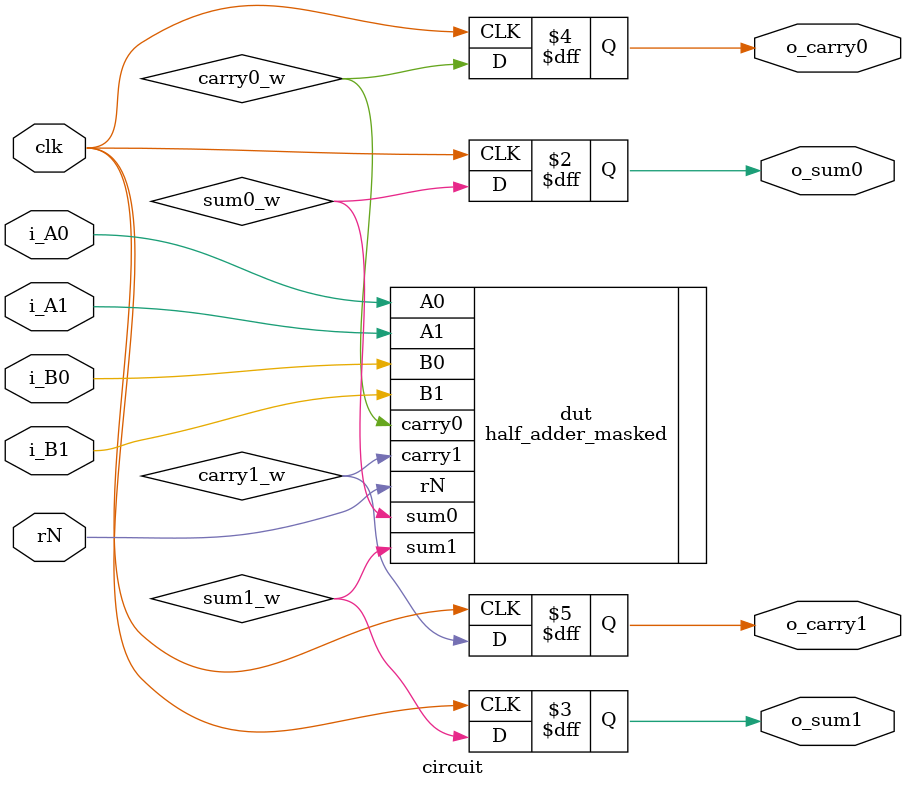
<source format=v>
module circuit (
    input  wire clk,

    input  wire i_A0,
    input  wire i_A1,
    input  wire i_B0,
    input  wire i_B1,
    input  wire rN,

    output reg  o_sum0,
    output reg  o_sum1,
    output reg  o_carry0,
    output reg  o_carry1
);

    wire sum0_w, sum1_w;
    wire carry0_w, carry1_w;

    half_adder_masked dut (
        .A0(i_A0),
        .A1(i_A1),
        .B0(i_B0),
        .B1(i_B1),
        .rN(rN),
        .sum0(sum0_w),
        .sum1(sum1_w),
        .carry0(carry0_w),
        .carry1(carry1_w)
    );

    // Register outputs (required by PROLEAD)
    always @(posedge clk) begin
        o_sum0   <= sum0_w;
        o_sum1   <= sum1_w;
        o_carry0 <= carry0_w;
        o_carry1 <= carry1_w;
    end

endmodule

</source>
